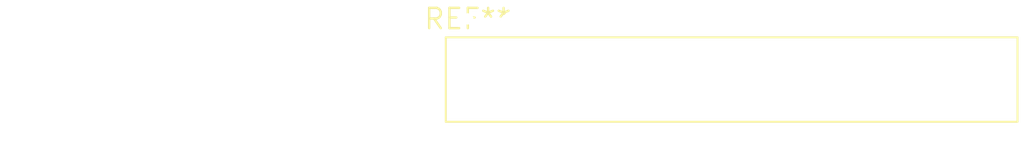
<source format=kicad_pcb>
(kicad_pcb (version 20240108) (generator pcbnew)
  (layers (0 "F.Cu" signal) (31 "B.Cu" signal) (34 "B.Paste" user) (35 "F.Paste" user) (36 "B.SilkS" user "B.Silkscreen") (37 "F.SilkS" user "F.Silkscreen") (38 "B.Mask" user) (39 "F.Mask" user) (44 "Edge.Cuts" user))
  (net 0 "")
  (footprint "Samtec_HLE-114-02-xx-DV-PE_2x14_P2.54mm_Horizontal" (layer "F.Cu") (at 0 0)
    (property "Reference" "REF**")
    (property "Value" "Samtec_HLE-114-02-xx-DV-PE_2x14_P2.54mm_Horizontal")
    (fp_line (start -1.38 1.16) (end 34.4 1.16) (layer "F.SilkS") (stroke (width 0.12)))
    (fp_line (start -1.38 6.46) (end -1.38 1.16) (layer "F.SilkS") (stroke (width 0.12)))
    (fp_line (start 34.4 1.16) (end 34.4 6.46) (layer "F.SilkS") (stroke (width 0.12)))
    (fp_line (start 34.4 6.46) (end -1.38 6.46) (layer "F.SilkS") (stroke (width 0.12)))
    (pad "" np_thru_hole circle (at 0 2.54) (size 1.4 1.4) (drill 1.4) (layers *.Cu *.Mask))
    (pad "" np_thru_hole circle (at 0 5.08) (size 1.4 1.4) (drill 1.4) (layers *.Cu *.Mask))
    (pad "" np_thru_hole circle (at 2.54 2.54) (size 1.4 1.4) (drill 1.4) (layers *.Cu *.Mask))
    (pad "" np_thru_hole circle (at 2.54 5.08) (size 1.4 1.4) (drill 1.4) (layers *.Cu *.Mask))
    (pad "" np_thru_hole circle (at 5.08 2.54) (size 1.4 1.4) (drill 1.4) (layers *.Cu *.Mask))
    (pad "" np_thru_hole circle (at 5.08 5.08) (size 1.4 1.4) (drill 1.4) (layers *.Cu *.Mask))
    (pad "" np_thru_hole circle (at 7.62 2.54) (size 1.4 1.4) (drill 1.4) (layers *.Cu *.Mask))
    (pad "" np_thru_hole circle (at 7.62 5.08) (size 1.4 1.4) (drill 1.4) (layers *.Cu *.Mask))
    (pad "" np_thru_hole circle (at 10.16 2.54) (size 1.4 1.4) (drill 1.4) (layers *.Cu *.Mask))
    (pad "" np_thru_hole circle (at 10.16 5.08) (size 1.4 1.4) (drill 1.4) (layers *.Cu *.Mask))
    (pad "" np_thru_hole circle (at 12.7 2.54) (size 1.4 1.4) (drill 1.4) (layers *.Cu *.Mask))
    (pad "" np_thru_hole circle (at 12.7 5.08) (size 1.4 1.4) (drill 1.4) (layers *.Cu *.Mask))
    (pad "" np_thru_hole circle (at 15.24 2.54) (size 1.4 1.4) (drill 1.4) (layers *.Cu *.Mask))
    (pad "" np_thru_hole circle (at 15.24 5.08) (size 1.4 1.4) (drill 1.4) (layers *.Cu *.Mask))
    (pad "" np_thru_hole circle (at 17.78 2.54) (size 1.4 1.4) (drill 1.4) (layers *.Cu *.Mask))
    (pad "" np_thru_hole circle (at 17.78 5.08) (size 1.4 1.4) (drill 1.4) (layers *.Cu *.Mask))
    (pad "" np_thru_hole circle (at 20.32 2.54) (size 1.4 1.4) (drill 1.4) (layers *.Cu *.Mask))
    (pad "" np_thru_hole circle (at 20.32 5.08) (size 1.4 1.4) (drill 1.4) (layers *.Cu *.Mask))
    (pad "" np_thru_hole circle (at 22.86 2.54) (size 1.4 1.4) (drill 1.4) (layers *.Cu *.Mask))
    (pad "" np_thru_hole circle (at 22.86 5.08) (size 1.4 1.4) (drill 1.4) (layers *.Cu *.Mask))
    (pad "" np_thru_hole circle (at 25.4 2.54) (size 1.4 1.4) (drill 1.4) (layers *.Cu *.Mask))
    (pad "" np_thru_hole circle (at 25.4 5.08) (size 1.4 1.4) (drill 1.4) (layers *.Cu *.Mask))
    (pad "" np_thru_hole circle (at 27.94 2.54) (size 1.4 1.4) (drill 1.4) (layers *.Cu *.Mask))
    (pad "" np_thru_hole circle (at 27.94 5.08) (size 1.4 1.4) (drill 1.4) (layers *.Cu *.Mask))
    (pad "" np_thru_hole circle (at 30.48 2.54) (size 1.4 1.4) (drill 1.4) (layers *.Cu *.Mask))
    (pad "" np_thru_hole circle (at 30.48 5.08) (size 1.4 1.4) (drill 1.4) (layers *.Cu *.Mask))
    (pad "" np_thru_hole circle (at 33.02 2.54) (size 1.4 1.4) (drill 1.4) (layers *.Cu *.Mask))
    (pad "" np_thru_hole circle (at 33.02 5.08) (size 1.4 1.4) (drill 1.4) (layers *.Cu *.Mask))
    (pad "1" thru_hole roundrect (at 0 0) (size 1.31 1.31) (drill 0.71) (layers *.Cu *.Mask) (remove_unused_layers) (roundrect_rratio 0.19084))
    (pad "2" thru_hole circle (at 0 7.62) (size 1.31 1.31) (drill 0.71) (layers *.Cu *.Mask) (remove_unused_layers))
    (pad "3" thru_hole circle (at 2.54 0) (size 1.31 1.31) (drill 0.71) (layers *.Cu *.Mask) (remove_unused_layers))
    (pad "4" thru_hole circle (at 2.54 7.62) (size 1.31 1.31) (drill 0.71) (layers *.Cu *.Mask) (remove_unused_layers))
    (pad "5" thru_hole circle (at 5.08 0) (size 1.31 1.31) (drill 0.71) (layers *.Cu *.Mask) (remove_unused_layers))
    (pad "6" thru_hole circle (at 5.08 7.62) (size 1.31 1.31) (drill 0.71) (layers *.Cu *.Mask) (remove_unused_layers))
    (pad "7" thru_hole circle (at 7.62 0) (size 1.31 1.31) (drill 0.71) (layers *.Cu *.Mask) (remove_unused_layers))
    (pad "8" thru_hole circle (at 7.62 7.62) (size 1.31 1.31) (drill 0.71) (layers *.Cu *.Mask) (remove_unused_layers))
    (pad "9" thru_hole circle (at 10.16 0) (size 1.31 1.31) (drill 0.71) (layers *.Cu *.Mask) (remove_unused_layers))
    (pad "10" thru_hole circle (at 10.16 7.62) (size 1.31 1.31) (drill 0.71) (layers *.Cu *.Mask) (remove_unused_layers))
    (pad "11" thru_hole circle (at 12.7 0) (size 1.31 1.31) (drill 0.71) (layers *.Cu *.Mask) (remove_unused_layers))
    (pad "12" thru_hole circle (at 12.7 7.62) (size 1.31 1.31) (drill 0.71) (layers *.Cu *.Mask) (remove_unused_layers))
    (pad "13" thru_hole circle (at 15.24 0) (size 1.31 1.31) (drill 0.71) (layers *.Cu *.Mask) (remove_unused_layers))
    (pad "14" thru_hole circle (at 15.24 7.62) (size 1.31 1.31) (drill 0.71) (layers *.Cu *.Mask) (remove_unused_layers))
    (pad "15" thru_hole circle (at 17.78 0) (size 1.31 1.31) (drill 0.71) (layers *.Cu *.Mask) (remove_unused_layers))
    (pad "16" thru_hole circle (at 17.78 7.62) (size 1.31 1.31) (drill 0.71) (layers *.Cu *.Mask) (remove_unused_layers))
    (pad "17" thru_hole circle (at 20.32 0) (size 1.31 1.31) (drill 0.71) (layers *.Cu *.Mask) (remove_unused_layers))
    (pad "18" thru_hole circle (at 20.32 7.62) (size 1.31 1.31) (drill 0.71) (layers *.Cu *.Mask) (remove_unused_layers))
    (pad "19" thru_hole circle (at 22.86 0) (size 1.31 1.31) (drill 0.71) (layers *.Cu *.Mask) (remove_unused_layers))
    (pad "20" thru_hole circle (at 22.86 7.62) (size 1.31 1.31) (drill 0.71) (layers *.Cu *.Mask) (remove_unused_layers))
    (pad "21" thru_hole circle (at 25.4 0) (size 1.31 1.31) (drill 0.71) (layers *.Cu *.Mask) (remove_unused_layers))
    (pad "22" thru_hole circle (at 25.4 7.62) (size 1.31 1.31) (drill 0.71) (layers *.Cu *.Mask) (remove_unused_layers))
    (pad "23" thru_hole circle (at 27.94 0) (size 1.31 1.31) (drill 0.71) (layers *.Cu *.Mask) (remove_unused_layers))
    (pad "24" thru_hole circle (at 27.94 7.62) (size 1.31 1.31) (drill 0.71) (layers *.Cu *.Mask) (remove_unused_layers))
    (pad "25" thru_hole circle (at 30.48 0) (size 1.31 1.31) (drill 0.71) (layers *.Cu *.Mask) (remove_unused_layers))
    (pad "26" thru_hole circle (at 30.48 7.62) (size 1.31 1.31) (drill 0.71) (layers *.Cu *.Mask) (remove_unused_layers))
    (pad "27" thru_hole circle (at 33.02 0) (size 1.31 1.31) (drill 0.71) (layers *.Cu *.Mask) (remove_unused_layers))
    (pad "28" thru_hole circle (at 33.02 7.62) (size 1.31 1.31) (drill 0.71) (layers *.Cu *.Mask) (remove_unused_layers))
  )
)
</source>
